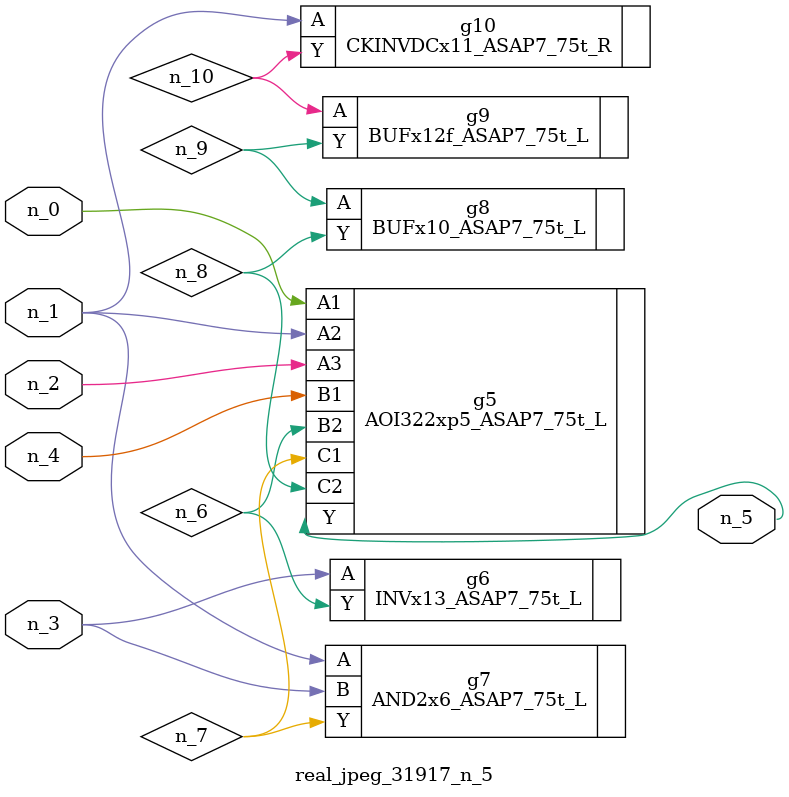
<source format=v>
module real_jpeg_31917_n_5 (n_4, n_0, n_1, n_2, n_3, n_5);

input n_4;
input n_0;
input n_1;
input n_2;
input n_3;

output n_5;

wire n_8;
wire n_6;
wire n_7;
wire n_10;
wire n_9;

AOI322xp5_ASAP7_75t_L g5 ( 
.A1(n_0),
.A2(n_1),
.A3(n_2),
.B1(n_4),
.B2(n_6),
.C1(n_7),
.C2(n_8),
.Y(n_5)
);

AND2x6_ASAP7_75t_L g7 ( 
.A(n_1),
.B(n_3),
.Y(n_7)
);

CKINVDCx11_ASAP7_75t_R g10 ( 
.A(n_1),
.Y(n_10)
);

INVx13_ASAP7_75t_L g6 ( 
.A(n_3),
.Y(n_6)
);

BUFx10_ASAP7_75t_L g8 ( 
.A(n_9),
.Y(n_8)
);

BUFx12f_ASAP7_75t_L g9 ( 
.A(n_10),
.Y(n_9)
);


endmodule
</source>
